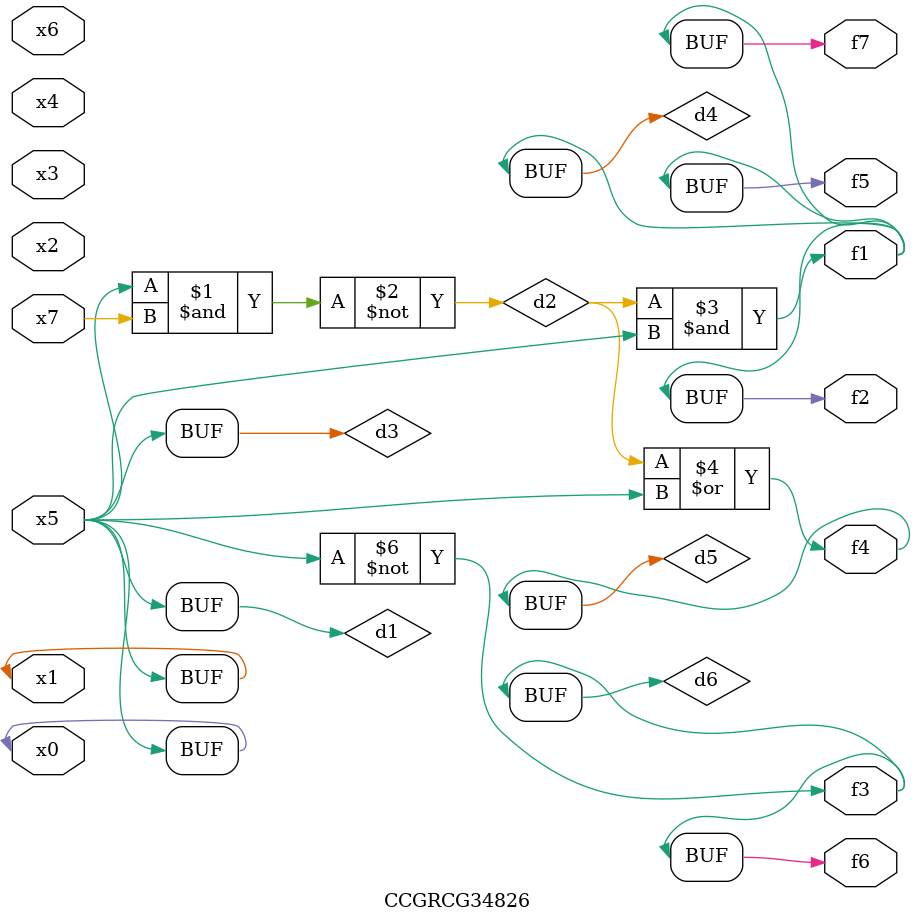
<source format=v>
module CCGRCG34826(
	input x0, x1, x2, x3, x4, x5, x6, x7,
	output f1, f2, f3, f4, f5, f6, f7
);

	wire d1, d2, d3, d4, d5, d6;

	buf (d1, x0, x5);
	nand (d2, x5, x7);
	buf (d3, x0, x1);
	and (d4, d2, d3);
	or (d5, d2, d3);
	nor (d6, d1, d3);
	assign f1 = d4;
	assign f2 = d4;
	assign f3 = d6;
	assign f4 = d5;
	assign f5 = d4;
	assign f6 = d6;
	assign f7 = d4;
endmodule

</source>
